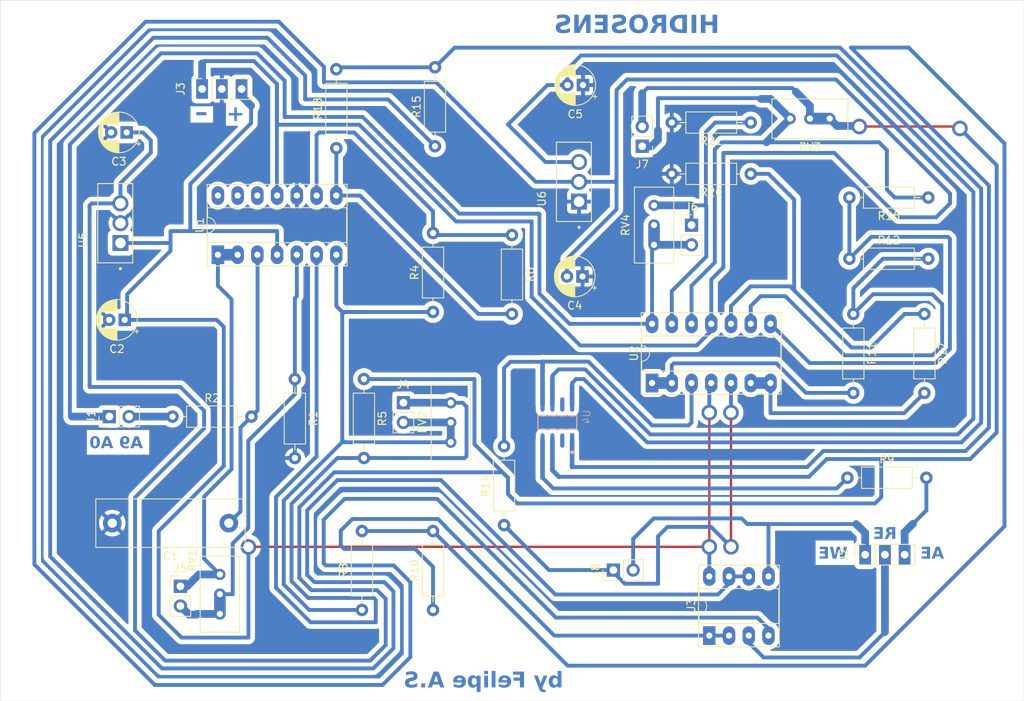
<source format=kicad_pcb>
(kicad_pcb (version 20221018) (generator pcbnew)
  (layers (0 "F.Cu" signal) (31 "B.Cu" signal) (34 "B.Paste" user) (35 "F.Paste" user) (36 "B.SilkS" user "B.Silkscreen") (37 "F.SilkS" user "F.Silkscreen") (38 "B.Mask" user) (39 "F.Mask" user) (44 "Edge.Cuts" user))
  (net 0 "")
  (net 1 "Net-(U1A-+)")
  (net 2 "GND")
  (net 3 "+9V")
  (net 4 "+5V")
  (net 5 "-9V")
  (net 6 "-5V")
  (net 7 "A0")
  (net 8 "A9")
  (net 9 "Net-(J2-Pin_1)")
  (net 10 "Net-(J2-Pin_2)")
  (net 11 "Net-(J2-Pin_3)")
  (net 12 "t+")
  (net 13 "Net-(U1C--)")
  (net 14 "t-")
  (net 15 "Net-(U4--IN)")
  (net 16 "Net-(U4-+OUT)")
  (net 17 "Net-(U3A--)")
  (net 18 "Net-(U2C--)")
  (net 19 "Net-(U2A--)")
  (net 20 "Net-(R12-Pad1)")
  (net 21 "Net-(U2A-+)")
  (net 22 "Net-(U3B--)")
  (net 23 "Net-(U4-+IN)")
  (net 24 "Net-(U2C-+)")
  (net 25 "Net-(U2B--)")
  (net 31 "Net-(J4-Pin_1)")
  (net 32 "Net-(J5-Pin_1)")
  (net 33 "Net-(J5-Pin_2)")
  (net 34 "Net-(J6-Pin_1)")
  (net 35 "Net-(J7-Pin_1)")
  (net 36 "Net-(J8-Pin_1)")
  (footprint "Potentiometer_THT:Potentiometer_Bourns_3296W_Vertical" (layer "F.Cu") (at 131.064 102.108 90)
    (fp_text reference "RV2")
    (fp_text value "R_Potentiometer_Trim")
  )
  (footprint "Resistor_THT:R_Axial_DIN0207_L6.3mm_D2.5mm_P10.16mm_Horizontal" (layer "F.Cu") (at 169.672 66.04 180)
    (fp_text reference "R21")
    (fp_text value "1K")
  )
  (footprint "Resistor_THT:R_Axial_DIN0207_L6.3mm_D2.5mm_P10.16mm_Horizontal" (layer "F.Cu") (at 119.634 128.778 90)
    (fp_text reference "R8")
    (fp_text value "10K")
  )
  (footprint "Resistor_THT:R_Axial_DIN0207_L6.3mm_D2.5mm_P10.16mm_Horizontal" (layer "F.Cu") (at 169.672 72.644 180)
    (fp_text reference "R20")
    (fp_text value "1K")
  )
  (footprint "Resistor_THT:R_Axial_DIN0207_L6.3mm_D2.5mm_P10.16mm_Horizontal" (layer "F.Cu") (at 137.922 117.856 90)
    (fp_text reference "R14")
    (fp_text value "2.2K")
  )
  (footprint "Potentiometer_THT:Potentiometer_Bourns_3296W_Vertical" (layer "F.Cu") (at 174.752 65.532 180)
    (fp_text reference "RV3")
    (fp_text value "R_Potentiometer_Trim")
  )
  (footprint "Connector_PinHeader_2.54mm:PinHeader_1x02_P2.54mm_Vertical" (layer "F.Cu") (at 87.122 103.886 90)
    (fp_text reference "J1")
    (fp_text value "Conn_01x02")
  )
  (footprint "Resistor_THT:R_Axial_DIN0207_L6.3mm_D2.5mm_P10.16mm_Horizontal" (layer "F.Cu") (at 182.88 90.678 -90)
    (fp_text reference "R11")
    (fp_text value "1K")
  )
  (footprint "Package_DIP:DIP-14_W7.62mm_Socket_LongPads" (layer "F.Cu") (at 156.972 99.568 90)
    (fp_text reference "U2")
    (fp_text value "LM324")
  )
  (footprint "Connector_PinHeader_2.54mm:PinHeader_1x02_P2.54mm_Vertical" (layer "F.Cu") (at 152 123.64 90)
    (fp_text reference "J8")
    (fp_text value "Conn_01x02")
  )
  (footprint "Connector_PinHeader_2.54mm:PinHeader_1x02_P2.54mm_Vertical" (layer "F.Cu") (at 162.052 79.243)
    (fp_text reference "J6")
    (fp_text value "Conn_01x02")
  )
  (footprint "Resistor_THT:R_Axial_DIN0207_L6.3mm_D2.5mm_P10.16mm_Horizontal" (layer "F.Cu") (at 128.778 128.778 90)
    (fp_text reference "R10")
    (fp_text value "10K")
  )
  (footprint "Resistor_THT:R_Axial_DIN0207_L6.3mm_D2.5mm_P10.16mm_Horizontal" (layer "F.Cu") (at 110.998 99.06 -90)
    (fp_text reference "R1")
    (fp_text value "1K")
  )
  (footprint "Package_DIP:DIP-14_W7.62mm_Socket_LongPads" (layer "F.Cu") (at 101.092 83.058 90)
    (fp_text reference "U1")
    (fp_text value "LM324")
  )
  (footprint "Resistor_THT:R_Axial_DIN0207_L6.3mm_D2.5mm_P10.16mm_Horizontal" (layer "F.Cu") (at 116.332 69.342 90)
    (fp_text reference "R18")
    (fp_text value "10K")
  )
  (footprint "Resistor_THT:R_Axial_DIN0207_L6.3mm_D2.5mm_P10.16mm_Horizontal" (layer "F.Cu") (at 119.888 99.06 -90)
    (fp_text reference "R5")
    (fp_text value "1K")
  )
  (footprint "Capacitor_THT:CP_Radial_D5.0mm_P2.00mm" (layer "F.Cu") (at 148.082 61.214 180)
    (fp_text reference "C5")
    (fp_text value "0.3uF")
  )
  (footprint "Resistor_THT:R_Axial_DIN0207_L6.3mm_D2.5mm_P10.16mm_Horizontal" (layer "F.Cu") (at 128.778 90.424 90)
    (fp_text reference "R4")
    (fp_text value "1K")
  )
  (footprint "Connector_PinHeader_2.54mm:PinHeader_1x02_P2.54mm_Vertical" (layer "F.Cu") (at 124.968 102.103)
    (fp_text reference "J4")
    (fp_text value "Conn_01x02")
  )
  (footprint "l7805:TO255P1020X450X2000-3" (layer "F.Cu") (at 87.884 78.994 90)
    (fp_text reference "U5")
    (fp_text value "L7805")
  )
  (footprint "Potentiometer_THT:Potentiometer_Bourns_3296W_Vertical" (layer "F.Cu") (at 101.346 124.206 90)
    (fp_text reference "RV1")
    (fp_text value "R_Potentiometer_Trim")
  )
  (footprint "Potentiometer_THT:Potentiometer_Bourns_3296W_Vertical" (layer "F.Cu") (at 157.226 76.698 90)
    (fp_text reference "RV4")
    (fp_text value "R_Potentiometer_Trim")
  )
  (footprint "Resistor_THT:R_Axial_DIN0207_L6.3mm_D2.5mm_P10.16mm_Horizontal" (layer "F.Cu") (at 182.118 111.76)
    (fp_text reference "R9")
    (fp_text value "2.2K")
  )
  (footprint "Capacitor_THT:CP_Radial_D5.0mm_P2.00mm" (layer "F.Cu") (at 148.021113 85.852 180)
    (fp_text reference "C4")
    (fp_text value "0.3uF")
  )
  (footprint "Resistor_THT:R_Axial_DIN0207_L6.3mm_D2.5mm_P10.16mm_Horizontal" (layer "F.Cu") (at 138.938 80.518 -90)
    (fp_text reference "R6")
    (fp_text value "1K")
  )
  (footprint "Resistor_THT:R_Axial_DIN0207_L6.3mm_D2.5mm_P10.16mm_Horizontal" (layer "F.Cu") (at 129.032 69.088 90)
    (fp_text reference "R15")
    (fp_text value "10K")
  )
  (footprint "Resistor_THT:R_Axial_DIN0207_L6.3mm_D2.5mm_P10.16mm_Horizontal" (layer "F.Cu") (at 192.532 75.692 180)
    (fp_text reference "R16")
    (fp_text value "1K")
  )
  (footprint "Capacitor_THT:CP_Radial_D5.0mm_P2.00mm" (layer "F.Cu") (at 89.093113 91.44 180)
    (fp_text reference "C2")
    (fp_text value "0.3uF")
  )
  (footprint "Resistor_THT:R_Axial_DIN0207_L6.3mm_D2.5mm_P10.16mm_Horizontal" (layer "F.Cu") (at 192.024 90.678 -90)
    (fp_text reference "R17")
    (fp_text value "1K")
  )
  (footprint "Resistor_THT:R_Axial_DIN0207_L6.3mm_D2.5mm_P10.16mm_Horizontal" (layer "F.Cu") (at 95.25 103.886)
    (fp_text reference "R2")
    (fp_text value "10K")
  )
  (footprint "Connector_PinSocket_2.54mm:PinSocket_1x03_P2.54mm_Vertical" (layer "F.Cu") (at 184.404 121.666 90)
    (fp_text reference "J2")
    (fp_text value "Conn_01x03")
  )
  (footprint "l7805:TO255P1020X450X2000-3" (layer "F.Cu") (at 146.9115 73.67 90)
    (fp_text reference "U6")
    (fp_text value "L7905")
  )
  (footprint "Resistor_THT:R_Axial_DIN0207_L6.3mm_D2.5mm_P10.16mm_Horizontal" (layer "F.Cu") (at 182.372 83.566)
    (fp_text reference "R12")
    (fp_text value "1K")
  )
  (footprint "Connector_PinHeader_2.54mm:PinHeader_1x02_P2.54mm_Vertical" (layer "F.Cu") (at 155.702 69.093 180)
    (fp_text reference "J7")
    (fp_text value "Conn_01x02")
  )
  (footprint "Capacitor_THT:C_Rect_L19.0mm_W6.0mm_P15.00mm_MKS4" (layer "F.Cu") (at 102.496 117.602 180)
    (fp_text reference "C1")
    (fp_text value "470nF")
  )
  (footprint "Package_DIP:DIP-8_W7.62mm_Socket_LongPads" (layer "F.Cu") (at 164.338 132.08 90)
    (fp_text reference "U3")
    (fp_text value "LM358")
  )
  (footprint "Connector_PinSocket_2.54mm:PinSocket_1x03_P2.54mm_Vertical" (layer "F.Cu") (at 99.06 61.722 90)
    (fp_text reference "J3")
    (fp_text value "Conn_01x03")
  )
  (footprint "Capacitor_THT:CP_Radial_D5.0mm_P2.00mm" (layer "F.Cu") (at 89.347113 67.31 180)
    (fp_text reference "C3")
    (fp_text value "0.3uF")
  )
  (footprint "Connector_PinHeader_2.54mm:PinHeader_1x02_P2.54mm_Vertical" (layer "F.Cu") (at 96.266 125.725)
    (fp_text reference "J5")
    (fp_text value "Conn_01x02")
  )
  (footprint "Analog Devices Inc - AD8138ARZ:ANALOG_DEVICES_INC_AD8138ARZ_0" (layer "B.Cu") (at 144.78 104.648 90)
    (fp_text reference "U4")
    (fp_text value "AD8138ARZ")
  )
  (gr_rect (start 73.07 50.292) (end 204.844 140.462) (stroke (width 0.05)) (fill none) (layer "Edge.Cuts"))
  (gr_text "RE" (at 188.468 119.888) (layer "B.Cu") (effects (font (size 1.5 1.5) (thickness 0.3) bold) (justify left bottom mirror)))
  (gr_text "A9" (at 91.44 108.204) (layer "B.Cu") (effects (font (size 1.5 1.5) (thickness 0.3) bold) (justify left bottom mirror)))
  (gr_text "AE" (at 194.564 122.428) (layer "B.Cu") (effects (font (size 1.5 1.5) (thickness 0.3) bold) (justify left bottom mirror)))
  (gr_text "by Felipe A.S" (at 145.55 139.09) (layer "B.Cu") (effects (font (size 2 2) (thickness 0.25) bold) (justify left bottom mirror)))
  (gr_text "A0" (at 87.63 108.204) (layer "B.Cu") (effects (font (size 1.5 1.5) (thickness 0.3) bold) (justify left bottom mirror)))
  (gr_text "+" (at 104.54 66.19) (layer "B.Cu") (effects (font (size 2 2) (thickness 0.3) bold) (justify left bottom mirror)))
  (gr_text "WE" (at 182.118 122.428) (layer "B.Cu") (effects (font (size 1.5 1.5) (thickness 0.3) bold) (justify left bottom mirror)))
  (gr_text "-" (at 99.822 66.04) (layer "B.Cu") (effects (font (size 2 3) (thickness 0.3) bold) (justify left bottom mirror)))
  (gr_text "HIDROSENS" (at 165.65 54.9) (layer "B.Cu") (effects (font (size 2.3 2.3) (thickness 0.3) bold) (justify left bottom mirror)))
  (segment (start 106.2 103.096) (end 106.2 83.086) (width 0.5) (layer "B.Cu") (net 1))
  (segment (start 106.2 83.086) (end 106.172 83.058) (width 0.5) (layer "B.Cu") (net 1))
  (segment (start 104 116.098) (end 104 105.296) (width 0.5) (layer "B.Cu") (net 1))
  (segment (start 105.41 103.886) (end 106.2 103.096) (width 0.5) (layer "B.Cu") (net 1))
  (segment (start 104 105.296) (end 105.41 103.886) (width 0.5) (layer "B.Cu") (net 1))
  (segment (start 102.496 117.602) (end 104 116.098) (width 0.5) (layer "B.Cu") (net 1))
  (segment (start 105.036922 120.65) (end 105.018461 120.668461) (width 0.3) (layer "F.Cu") (net 3))
  (segment (start 164.338 120.65) (end 105.036922 120.65) (width 0.3) (layer "F.Cu") (net 3))
  (segment (start 164.338 120.65) (end 164.338 103.378) (width 0.3) (layer "F.Cu") (net 3))
  (via (at 164.338 120.65) (size 2) (drill 1.3) (layers "F.Cu" "B.Cu") (net 3))
  (via (at 164.338 103.378) (size 2) (drill 1.3) (layers "F.Cu" "B.Cu") (net 3))
  (via (at 105.018461 120.668461) (size 2) (drill 1.3) (layers "F.Cu" "B.Cu") (net 3))
  (segment (start 94.996 82.55) (end 89.408 88.138) (width 0.5) (layer "B.Cu") (net 3))
  (segment (start 96.409508 132.334) (end 105 132.334) (width 0.5) (layer "B.Cu") (net 3))
  (segment (start 105.363251 66.116749) (end 105.363251 63.876749) (width 0.5) (layer "B.Cu") (net 3))
  (segment (start 100.948492 91.44) (end 101.850499 92.342007) (width 0.5) (layer "B.Cu") (net 3))
  (segment (start 93.472 118.618) (end 93.472 129.396492) (width 0.5) (layer "B.Cu") (net 3))
  (segment (start 89.408 91.44) (end 100.948492 91.44) (width 0.5) (layer "B.Cu") (net 3))
  (segment (start 164.338 124.46) (end 164.338 120.65) (width 0.5) (layer "B.Cu") (net 3))
  (segment (start 164.338 103.378) (end 164.338 99.822) (width 0.5) (layer "B.Cu") (net 3))
  (segment (start 104.14 62.653498) (end 105.363251 63.876749) (width 1) (layer "B.Cu") (net 3))
  (segment (start 101.850499 110.239501) (end 93.472 118.618) (width 0.5) (layer "B.Cu") (net 3))
  (segment (start 89.408 91.44) (end 89.093113 91.44) (width 0.5) (layer "B.Cu") (net 3))
  (segment (start 101.850499 92.342007) (end 101.850499 110.239501) (width 0.5) (layer "B.Cu") (net 3))
  (segment (start 108.712 83.058) (end 108.712 80.01) (width 0.5) (layer "B.Cu") (net 3))
  (segment (start 94.996 81.544) (end 94.996 82.55) (width 0.5) (layer "B.Cu") (net 3))
  (segment (start 105 132.334) (end 105.018461 132.315539) (width 0.5) (layer "B.Cu") (net 3))
  (segment (start 88.5465 81.544) (end 94.996 81.544) (width 0.5) (layer "B.Cu") (net 3))
  (segment (start 94.996 80.01) (end 97.536 80.01) (width 0.5) (layer "B.Cu") (net 3))
  (segment (start 89.408 88.138) (end 89.408 91.44) (width 0.5) (layer "B.Cu") (net 3))
  (segment (start 104.14 61.722) (end 104.14 62.653498) (width 1) (layer "B.Cu") (net 3))
  (segment (start 108.712 80.01) (end 97.536 80.01) (width 0.5) (layer "B.Cu") (net 3))
  (segment (start 97.536 80.01) (end 97.536 73.944) (width 0.5) (layer "B.Cu") (net 3))
  (segment (start 164.338 99.822) (end 164.592 99.568) (width 0.5) (layer "B.Cu") (net 3))
  (segment (start 93.472 129.396492) (end 96.409508 132.334) (width 0.5) (layer "B.Cu") (net 3))
  (segment (start 97.536 73.944) (end 105.363251 66.116749) (width 0.5) (layer "B.Cu") (net 3))
  (segment (start 105.018461 132.315539) (end 105.018461 120.668461) (width 0.5) (layer "B.Cu") (net 3))
  (segment (start 94.996 82.55) (end 94.996 80.01) (width 0.5) (layer "B.Cu") (net 3))
  (segment (start 183.642 66.548) (end 196.342 66.548) (width 0.3) (layer "F.Cu") (net 4))
  (segment (start 196.342 66.548) (end 196.596 66.802) (width 0.3) (layer "F.Cu") (net 4))
  (via (at 196.596 66.802) (size 2) (drill 1.3) (layers "F.Cu" "B.Cu") (net 4))
  (via (at 183.642 66.548) (size 2) (drill 1.3) (layers "F.Cu" "B.Cu") (net 4))
  (segment (start 121.573508 126.228499) (end 113.129729 126.228499) (width 0.5) (layer "B.Cu") (net 4))
  (segment (start 177.292 65.532) (end 179.832 65.532) (width 1.5) (layer "B.Cu") (net 4))
  (segment (start 186.47 114.266) (end 185.674 115.062) (width 0.5) (layer "B.Cu") (net 4))
  (segment (start 155.702 66.553) (end 155.702 62.268492) (width 1) (layer "B.Cu") (net 4))
  (segment (start 197.92 109.35) (end 186.47 109.35) (width 0.5) (layer "B.Cu") (net 4))
  (segment (start 201.33 105.94) (end 197.92 109.35) (width 0.5) (layer "B.Cu") (net 4))
  (segment (start 138.43 113.87) (end 138.43 111.76) (width 0.5) (layer "B.Cu") (net 4))
  (segment (start 144.145 106.964) (end 144.145 110.794501) (width 0.6) (layer "B.Cu") (net 4))
  (segment (start 84.582 100.076) (end 96.266 100.076) (width 0.5) (layer "B.Cu") (net 4))
  (segment (start 99.314 103.124) (end 99.314 105.41) (width 0.5) (layer "B.Cu") (net 4))
  (segment (start 156.370492 61.6) (end 155.702 62.268492) (width 0.5) (layer "B.Cu") (net 4))
  (segment (start 175.475 62.075) (end 175 61.6) (width 0.5) (layer "B.Cu") (net 4))
  (segment (start 139.622 115.062) (end 138.43 113.87) (width 0.5) (layer "B.Cu") (net 4))
  (segment (start 99.314 105.41) (end 90.424 114.3) (width 0.5) (layer "B.Cu") (net 4))
  (segment (start 186.47 109.35) (end 179.448 109.35) (width 0.5) (layer "B.Cu") (net 4))
  (segment (start 144.145 110.794501) (end 144.99 111.639501) (width 0.6) (layer "B.Cu") (net 4))
  (segment (start 179.448 109.35) (end 177.158499 111.639501) (width 0.5) (layer "B.Cu") (net 4))
  (segment (start 183.574 66.48) (end 183.642 66.548) (width 1) (layer "B.Cu") (net 4))
  (segment (start 116.055993 111.060499) (end 137.730499 111.060499) (width 0.5) (layer "B.Cu") (net 4))
  (segment (start 90.424 131.410492) (end 94.313508 135.3) (width 0.5) (layer "B.Cu") (net 4))
  (segment (start 186.47 109.35) (end 186.47 114.266) (width 0.5) (layer "B.Cu") (net 4))
  (segment (start 111.569501 124.668271) (end 111.569501 115.546991) (width 0.5) (layer "B.Cu") (net 4))
  (segment (start 201.33 71.536) (end 201.33 105.94) (width 0.5) (layer "B.Cu") (net 4))
  (segment (start 89.347113 67.31) (end 91.44 67.31) (width 0.5) (layer "B.Cu") (net 4))
  (segment (start 137.730499 111.060499) (end 138.43 111.76) (width 0.5) (layer "B.Cu") (net 4))
  (segment (start 134.112 107.442) (end 134.112 99.06) (width 0.5) (layer "B.Cu") (net 4))
  (segment (start 180.78 66.48) (end 183.574 66.48) (width 1) (layer "B.Cu") (net 4))
  (segment (start 185.674 115.062) (end 139.622 115.062) (width 0.5) (layer "B.Cu") (net 4))
  (segment (start 113.129729 126.228499) (end 111.569501 124.668271) (width 0.5) (layer "B.Cu") (net 4))
  (segment (start 84.846 76.444) (end 84.582 76.708) (width 0.5) (layer "B.Cu") (net 4))
  (segment (start 92.456 69.92225) (end 88.5465 73.83175) (width 0.5) (layer "B.Cu") (net 4))
  (segment (start 111.569501 115.546991) (end 116.055993 111.060499) (width 0.5) (layer "B.Cu") (net 4))
  (segment (start 88.5465 76.444) (end 84.846 76.444) (width 0.5) (layer "B.Cu") (net 4))
  (segment (start 122.69 127.344991) (end 121.573508 126.228499) (width 0.5) (layer "B.Cu") (net 4))
  (segment (start 120.686492 135.3) (end 122.69 133.296492) (width 0.5) (layer "B.Cu") (net 4))
  (segment (start 96.266 100.076) (end 99.314 103.124) (width 0.5) (layer "B.Cu") (net 4))
  (segment (start 138.43 111.76) (end 134.112 107.442) (width 0.5) (layer "B.Cu") (net 4))
  (segment (start 175 61.6) (end 156.370492 61.6) (width 0.5) (layer "B.Cu") (net 4))
  (segment (start 91.44 67.31) (end 92.456 68.326) (width 0.5) (layer "B.Cu") (net 4))
  (segment (start 175.475 62.075) (end 177.292 63.892) (width 1) (layer "B.Cu") (net 4))
  (segment (start 177.158499 111.639501) (end 144.99 111.639501) (width 0.5) (layer "B.Cu") (net 4))
  (segment (start 179.832 65.532) (end 180.78 66.48) (width 1) (layer "B.Cu") (net 4))
  (segment (start 92.456 68.326) (end 92.456 69.92225) (width 0.5) (layer "B.Cu") (net 4))
  (segment (start 84.582 76.708) (end 84.582 100.076) (width 0.5) (layer "B.Cu") (net 4))
  (segment (start 196.596 66.802) (end 201.33 71.536) (width 0.5) (layer "B.Cu") (net 4))
  (segment (start 90.424 114.3) (end 90.424 131.410492) (width 0.5) (layer "B.Cu") (net 4))
  (segment (start 88.5465 73.83175) (end 88.5465 76.444) (width 0.5) (layer "B.Cu") (net 4))
  (segment (start 134.112 99.06) (end 119.888 99.06) (width 0.5) (layer "B.Cu") (net 4))
  (segment (start 177.292 63.892) (end 177.292 65.532) (width 1) (layer "B.Cu") (net 4))
  (segment (start 122.69 133.296492) (end 122.69 127.344991) (width 0.5) (layer "B.Cu") (net 4))
  (segment (start 94.313508 135.3) (end 120.686492 135.3) (width 0.5) (layer "B.Cu") (net 4))
  (segment (start 108.695499 66.319501) (end 119.295009 66.319501) (width 0.5) (layer "B.Cu") (net 5))
  (segment (start 164.592 86.238) (end 166.15 84.68) (width 0.5) (layer "B.Cu") (net 5))
  (segment (start 114.74 58.87) (end 114.74 60.86) (width 0.5) (layer "B.Cu") (net 5))
  (segment (start 108.712 75.438) (end 108.685 75.411) (width 0.5) (layer "B.Cu") (net 5))
  (segment (start 105.74 58.13) (end 108.685 61.075) (width 0.5) (layer "B.Cu") (net 5))
  (segment (start 108.685 61.075) (end 108.685 66.309002) (width 0.5) (layer "B.Cu") (net 5))
  (segment (start 180.642 60.5) (end 153.75 60.5) (width 0.5) (layer "B.Cu") (net 5))
  (segment (start 141.478 88.488) (end 147.732 94.742) (width 0.5) (layer "B.Cu") (net 5))
  (segment (start 108.685 66.309002) (end 108.695499 66.319501) (width 0.5) (layer "B.Cu") (net 5))
  (segment (start 153.75 60.5) (end 152.4 61.85) (width 0.5) (layer "B.Cu") (net 5))
  (segment (start 108.93 53.06) (end 114.74 58.87) (width 0.5) (layer "B.Cu") (net 5))
  (segment (start 119.295009 66.319501) (end 131.745009 78.769501) (width 0.5) (layer "B.Cu") (net 5))
  (segment (start 144.6 129.76) (end 129.32 114.48) (width 0.5) (layer "B.Cu") (net 5))
  (segment (start 146.021113 85.852) (end 146.021113 83.594887) (width 0.5) (layer "B.Cu") (net 5))
  (segment (start 171.958 131.18) (end 170.538 129.76) (width 0.5) (layer "B.Cu") (net 5))
  (segment (start 125.86 125.19) (end 125.86 134.85) (width 0.5) (layer "B.Cu") (net 5))
  (segment (start 141.996 73.67) (end 147.574 73.67) (width 0.5) (layer "B.Cu") (net 5))
  (segment (start 152.136 73.67) (end 147.574 73.67) (width 0.5) (layer "B.Cu") (net 5))
  (segment (start 195.326 76.454) (end 195.326 75.184) (width 0.5) (layer "B.Cu") (net 5))
  (segment (start 152.4 73.406) (end 152.136 73.67) (width 0.5) (layer "B.Cu") (net 5))
  (segment (start 147.732 94.742) (end 162.698 94.742) (width 0.5) (layer "B.Cu") (net 5))
  (segment (start 193.548 78.232) (end 195.326 76.454) (width 0.5) (layer "B.Cu") (net 5))
  (segment (start 129.186 60.86) (end 141.996 73.67) (width 0.5) (layer "B.Cu") (net 5))
  (segment (start 166.15 69.95) (end 180.44 69.95) (width 0.5) (layer "B.Cu") (net 5))
  (segment (start 99.06 58.42) (end 99.35 58.13) (width 0.5) (layer "B.Cu") (net 5))
  (segment (start 152.4 77.216) (end 152.4 72.644) (width 0.5) (layer "B.Cu") (net 5))
  (segment (start 114.74 60.86) (end 129.186 60.86) (width 0.5) (layer "B.Cu") (net 5))
  (segment (start 152.4 72.644) (end 152.4 73.406) (width 0.5) (layer "B.Cu") (net 5))
  (segment (start 114.71 122.77) (end 114.98 123.04) (width 0.5) (layer "B.Cu") (net 5))
  (segment (start 77.47 67.39) (end 91.8 53.06) (width 0.5) (layer "B.Cu") (net 5))
  (segment (start 114.71 117.16) (end 114.71 122.77) (width 0.5) (layer "B.Cu") (net 5))
  (segment (start 164.592 91.948) (end 164.592 86.238) (width 0.5) (layer "B.Cu") (net 5))
  (segment (start 77.47 122.92) (end 77.47 67.39) (width 0.5) (layer "B.Cu") (net 5))
  (segment (start 117.39 114.48) (end 114.71 117.16) (width 0.5) (layer "B.Cu") (net 5))
  (segment (start 99.06 61.722) (end 99.06 58.42) (width 1) (layer "B.Cu") (net 5))
  (segment (start 131.745009 78.769501) (end 141.478 78.769501) (width 0.5) (layer "B.Cu") (net 5))
  (segment (start 114.98 123.04) (end 123.71 123.04) (width 0.5) (layer "B.Cu") (net 5))
  (segment (start 164.592 92.848) (end 164.592 91.948) (width 0.5) (layer "B.Cu") (net 5))
  (segment (start 122.28 138.43) (end 92.98 138.43) (width 0.5) (layer "B.Cu") (net 5))
  (segment (start 171.958 132.08) (end 171.958 131.18) (width 0.5) (layer "B.Cu") (net 5))
  (segment (start 141.478 78.769501) (end 141.478 88.488) (width 0.5) (layer "B.Cu") (net 5))
  (segment (start 170.538 129.76) (end 144.6 129.76) (width 0.5) (layer "B.Cu") (net 5))
  (segment (start 125.86 134.85) (end 122.28 138.43) (width 0.5) (layer "B.Cu") (net 5))
  (segment (start 162.698 94.742) (end 164.592 92.848) (width 0.5) (layer "B.Cu") (net 5))
  (segment (start 108.685 75.411) (end 108.685 61.075) (width 0.5) (layer "B.Cu") (net 5))
  (segment (start 146.021113 83.594887) (end 152.4 77.216) (width 0.5) (layer "B.Cu") (net 5))
  (segment (start 129.32 114.48) (end 117.39 114.48) (width 0.5) (layer "B.Cu") (net 5))
  (segment (start 180.44 69.95) (end 188.722 78.232) (width 0.5) (layer "B.Cu") (net 5))
  (segment (start 91.8 53.06) (end 108.93 53.06) (width 0.5) (layer "B.Cu") (net 5))
  (segment (start 92.98 138.43) (end 77.47 122.92) (width 0.5) (layer "B.Cu") (net 5))
  (segment (start 152.4 61.85) (end 152.4 72.644) (width 0.5) (layer "B.Cu") (net 5))
  (segment (start 123.71 123.04) (end 125.86 125.19) (width 0.5) (layer "B.Cu") (net 5))
  (segment (start 166.15 84.68) (end 166.15 69.95) (width 0.5) (layer "B.Cu") (net 5))
  (segment (start 99.35 58.13) (end 105.74 58.13) (width 0.5) (layer "B.Cu") (net 5))
  (segment (start 188.722 78.232) (end 193.548 78.232) (width 0.5) (layer "B.Cu") (net 5))
  (segment (start 195.326 75.184) (end 180.642 60.5) (width 0.5) (layer "B.Cu") (net 5))
  (segment (start 144.145 98.879501) (end 144.145 98.615) (width 0.5) (layer "B.Cu") (net 6))
  (segment (start 156.733508 106.18) (end 196.31 106.18) (width 0.5) (layer "B.Cu") (net 6))
  (segment (start 180.76 57.4) (end 147.832 57.4) (width 0.5) (layer "B.Cu") (net 6))
  (segment (start 144.145 98.615) (end 144.95 97.81) (width 0.5) (layer "B.Cu") (net 6))
  (segment (start 147.832 57.4) (end 146.082 59.15) (width 0.5) (layer "B.Cu") (net 6))
  (segment (start 148.363508 97.81) (end 156.733508 106.18) (width 0.5) (layer "B.Cu") (net 6))
  (segment (start 147.574 71.12) (end 143.256 71.12) (width 0.5) (layer "B.Cu") (net 6))
  (segment (start 146.082 59.15) (end 146.082 61.214) (width 0.5) (layer "B.Cu") (net 6))
  (segment (start 196.31 106.18) (end 198.330998 104.159002) (width 0.5) (layer "B.Cu") (net 6))
  (segment (start 144.95 97.81) (end 148.363508 97.81) (width 0.5) (layer "B.Cu") (net 6))
  (segment (start 138.43 66.294) (end 143.51 61.214) (width 0.5) (layer "B.Cu") (net 6))
  (segment (start 143.256 71.12) (end 138.43 66.294) (width 0.5) (layer "B.Cu") (net 6))
  (segment (start 143.51 61.214) (end 146.082 61.214) (width 0.5) (layer "B.Cu") (net 6))
  (segment (start 198.330998 74.970998) (end 180.76 57.4) (width 0.5) (layer "B.Cu") (net 6))
  (segment (start 144.145 102.332) (end 144.145 98.879501) (width 0.6) (layer "B.Cu") (net 6))
  (segment (start 198.330998 104.159002) (end 198.330998 74.970998) (width 0.5) (layer "B.Cu") (net 6))
  (segment (start 82.042 103.632) (end 82.296 103.886) (width 0.5) (layer "B.Cu") (net 7))
  (segment (start 162.047 81.778) (end 162.052 81.783) (width 1) (layer "B.Cu") (net 7))
  (segment (start 142.477501 88.073993) (end 142.477501 77.845993) (width 0.5) (layer "B.Cu") (net 7))
  (segment (start 156.972 91.948) (end 146.351508 91.948) (width 0.5) (layer "B.Cu") (net 7))
  (segment (start 132.159016 77.77) (end 119.709016 65.32) (width 0.5) (layer "B.Cu") (net 7))
  (segment (start 146.351508 91.948) (end 142.477501 88.073993) (width 0.5) (layer "B.Cu") (net 7))
  (segment (start 109.685 65.32) (end 109.685 60.661492) (width 0.5) (layer "B.Cu") (net 7))
  (segment (start 142.401508 77.77) (end 132.159016 77.77) (width 0.5) (layer "B.Cu") (net 7))
  (segment (start 93.769501 57.130499) (end 82.042 68.858) (width 0.5) (layer "B.Cu") (net 7))
  (segment (start 106.154007 57.130499) (end 93.769501 57.130499) (width 0.5) (layer "B.Cu") (net 7))
  (segment (start 142.477501 77.845993) (end 142.401508 77.77) (width 0.5) (layer "B.Cu") (net 7))
  (segment (start 157.226 81.778) (end 162.047 81.778) (width 1) (layer "B.Cu") (net 7))
  (segment (start 119.709016 65.32) (end 109.685 65.32) (width 0.5) (layer "B.Cu") (net 7))
  (segment (start 157.226 79.238) (end 157.226 81.778) (width 1.5) (layer "B.Cu") (net 7))
  (segment (start 109.685 60.661492) (end 106.154007 57.130499) (width 0.5) (layer "B.Cu") (net 7))
  (segment (start 156.972 91.948) (end 156.972 82.032) (width 0.5) (layer "B.Cu") (net 7))
  (segment (start 82.042 68.858) (end 82.042 103.632) (width 0.5) (layer "B.Cu") (net 7))
  (segment (start 156.972 82.032) (end 157.226 81.778) (width 0.5) (layer "B.Cu") (net 7))
  (segment (start 82.296 103.886) (end 87.122 103.886) (width 1) (layer "B.Cu") (net 7))
  (segment (start 89.662 103.886) (end 95.25 103.886) (width 1) (layer "B.Cu") (net 8))
  (segment (start 168.500499 116.990499) (end 169.23 117.72) (width 0.5) (layer "B.Cu") (net 9))
  (segment (start 171.949 117.72) (end 171.958 117.729) (width 0.5) (layer "B.Cu") (net 9))
  (segment (start 169.23 117.72) (end 171.949 117.72) (width 0.5) (layer "B.Cu") (net 9))
  (segment (start 154.54 119.63) (end 157.179501 116.990499) (width 0.5) (layer "B.Cu") (net 9))
  (segment (start 154.54 123.64) (end 154.54 119.63) (width 0.5) (layer "B.Cu") (net 9))
  (segment (start 171.958 117.729) (end 171.958 124.46) (width 0.5) (layer "B.Cu") (net 9))
  (segment (start 157.179501 116.990499) (end 168.500499 116.990499) (width 0.5) (layer "B.Cu") (net 9))
  (segment (start 183.252 117.72) (end 169.23 117.72) (width 0.5) (layer "B.Cu") (net 9))
  (segment (start 184.404 121.666) (end 184.404 118.872) (width 1) (layer "B.Cu") (net 9))
  (segment (start 184.404 118.872) (end 183.252 117.72) (width 1) (layer "B.Cu") (net 9))
  (segment (start 186.944 121.666) (end 186.944 131.632492) (width 1) (layer "B.Cu") (net 10))
  (segment (start 169.418 132.08) (end 169.418 132.98) (width 0.5) (layer "B.Cu") (net 10))
  (segment (start 183.685993 134.890499) (end 186.944 131.632492) (width 0.5) (layer "B.Cu") (net 10))
  (segment (start 169.418 132.98) (end 171.328499 134.890499) (width 0.5) (layer "B.Cu") (net 10))
  (segment (start 171.328499 134.890499) (end 183.685993 134.890499) (width 0.5) (layer "B.Cu") (net 10))
  (segment (start 189.484 121.666) (end 189.484 118.756) (width 1) (layer "B.Cu") (net 11))
  (segment (start 192.278 115.962) (end 190.56 117.68) (width 0.5) (layer "B.Cu") (net 11))
  (segment (start 189.484 118.756) (end 190.56 117.68) (width 1) (layer "B.Cu") (net 11))
  (segment (start 192.278 111.76) (end 192.278 115.962) (width 0.5) (layer "B.Cu") (net 11))
  (segment (start 117.094 106.934) (end 117.094 90.696) (width 0.5) (layer "B.Cu") (net 12))
  (segment (start 131.064 104.648) (end 131.064 107.188) (width 1) (layer "B.Cu") (net 12))
  (segment (start 117.094 107.166) (end 117.094 106.934) (width 0.5) (layer "B.Cu") (net 12))
  (segment (start 109.57 125.496492) (end 109.57 114.69) (width 0.5) (layer "B.Cu") (net 12))
  (segment (start 117.094 90.424) (end 116.332 89.662) (width 0.5) (layer "B.Cu") (net 12))
  (segment (start 128.778 90.424) (end 119.888 90.424) (width 0.5) (layer "B.Cu") (net 12))
  (segment (start 131.059 104.643) (end 131.064 104.648) (width 1) (layer "B.Cu") (net 12))
  (segment (start 131.064 107.188) (end 117.348 107.188) (width 0.5) (layer "B.Cu") (net 12))
  (segment (start 112.851508 128.778) (end 109.57 125.496492) (width 0.5) (layer "B.Cu") (net 12))
  (segment (start 119.888 90.424) (end 117.094 90.424) (width 0.5) (layer "B.Cu") (net 12))
  (segment (start 119.634 128.778) (end 112.851508 128.778) (width 0.5) (layer "B.Cu") (net 12))
  (segment (start 109.57 114.69) (end 117.094 107.166) (width 0.5) (layer "B.Cu") (net 12))
  (segment (start 117.366 90.424) (end 119.888 90.424) (width 0.5) (layer "B.Cu") (net 12))
  (segment (start 124.968 104.643) (end 131.059 104.643) (width 1) (layer "B.Cu") (net 12))
  (segment (start 117.348 107.188) (end 117.094 106.934) (width 0.5) (layer "B.Cu") (net 12))
  (segment (start 116.332 89.662) (end 116.332 83.058) (width 0.5) (layer "B.Cu") (net 12))
  (segment (start 117.094 90.696) (end 117.366 90.424) (width 0.5) (layer "B.Cu") (net 12))
  (segment (start 114.120998 67.319002) (end 118.627002 67.319002) (width 0.5) (layer "B.Cu") (net 13))
  (segment (start 113.792 67.648) (end 114.120998 67.319002) (width 0.5) (layer "B.Cu") (net 13))
  (segment (start 113.792 75.438) (end 113.792 67.648) (width 0.5) (layer "B.Cu") (net 13))
  (segment (start 118.627002 67.319002) (end 128.778 77.47) (width 0.5) (layer "B.Cu") (net 13))
  (segment (start 138.938 80.518) (end 129.032 80.518) (width 0.5) (layer "B.Cu") (net 13))
  (segment (start 128.778 77.47) (end 128.778 80.264) (width 0.5) (layer "B.Cu") (net 13))
  (segment (start 129.032 80.518) (end 128.778 80.264) (width 0.5) (layer "B.Cu") (net 13))
  (segment (start 116.332 69.342) (end 116.332 75.438) (width 0.5) (layer "B.Cu") (net 14))
  (segment (start 138.938 90.678) (end 134.62 90.678) (width 0.5) (layer "B.Cu") (net 14))
  (segment (start 119.38 75.438) (end 116.332 75.438) (width 0.5) (layer "B.Cu") (net 14))
  (segment (start 134.62 90.678) (end 119.38 75.438) (width 0.5) (layer "B.Cu") (net 14))
  (segment (start 200.33 74.142984) (end 200.33 105.31) (width 0.5) (layer "B.Cu") (net 15))
  (segment (start 184.393553 135.95) (end 202.33 118.013553) (width 0.5) (layer "B.Cu") (net 15))
  (segment (start 176.95 110.38) (end 146.71 110.38) (width 0.5) (layer "B.Cu") (net 15))
  (segment (start 146.685 110.355) (end 146.71 110.38) (width 0.6) (layer "B.Cu") (net 15))
  (segment (start 197.32 108.32) (end 179.01 108.32) (width 0.5) (layer "B.Cu") (net 15))
  (segment (start 146.11 135.95) (end 184.393553 135.95) (width 0.5) (layer "B.Cu") (net 15))
  (segment (start 128.778 118.618) (end 146.11 135.95) (width 0.5) (layer "B.Cu") (net 15))
  (segment (start 146.685 106.964) (end 146.685 110.355) (width 0.6) (layer "B.Cu") (net 15))
  (segment (start 202.33 68.726) (end 189.994 56.39) (width 0.5) (layer "B.Cu") (net 15))
  (segment (start 200.33 105.31) (end 197.32 108.32) (width 0.5) (layer "B.Cu") (net 15))
  (segment (start 189.994 56.39) (end 182.577016 56.39) (width 0.5) (layer "B.Cu") (net 15))
  (segment (start 202.33 118.013553) (end 202.33 68.726) (width 0.5) (layer "B.Cu") (net 15))
  (segment (start 182.577016 56.39) (end 200.33 74.142984) (width 0.5) (layer "B.Cu") (net 15))
  (segment (start 119.634 118.618) (end 128.778 118.618) (width 0.5) (layer "B.Cu") (net 15))
  (segment (start 179.01 108.32) (end 176.95 110.38) (width 0.5) (layer "B.Cu") (net 15))
  (segment (start 142.875 106.964) (end 142.875 111.76) (width 0.6) (layer "B.Cu") (net 16))
  (segment (start 142.875 111.76) (end 144.245 113.13) (width 0.5) (layer "B.Cu") (net 16))
  (segment (start 144.245 113.13) (end 180.748 113.13) (width 0.5) (layer "B.Cu") (net 16))
  (segment (start 180.748 113.13) (end 182.118 111.76) (width 0.5) (layer "B.Cu") (net 16))
  (segment (start 166.878 132.08) (end 164.338 132.08) (width 0.5) (layer "B.Cu") (net 17))
  (segment (start 118.402 117.068) (end 129.420032 117.068) (width 0.5) (layer "B.Cu") (net 17))
  (segment (start 128.778 123.227999) (end 126.480001 120.93) (width 0.5) (layer "B.Cu") (net 17))
  (segment (start 117.36 120.93) (end 116.91 120.48) (width 0.5) (layer "B.Cu") (net 17))
  (segment (start 126.480001 120.93) (end 117.36 120.93) (width 0.5) (layer "B.Cu") (net 17))
  (segment (start 128.778 128.778) (end 128.778 123.227999) (width 0.5) (layer "B.Cu") (net 17))
  (segment (start 144.39 132.08) (end 164.338 132.08) (width 0.5) (layer "B.Cu") (net 17))
  (segment (start 130.328 118.018) (end 144.39 132.08) (width 0.5) (layer "B.Cu") (net 17))
  (segment (start 129.420032 117.068) (end 130.328 117.975968) (width 0.5) (layer "B.Cu") (net 17))
  (segment (start 130.328 117.975968) (end 130.328 118.018) (width 0.5) (layer "B.Cu") (net 17))
  (segment (start 116.91 120.48) (end 116.91 118.56) (width 0.5) (layer "B.Cu") (net 17))
  (segment (start 116.91 118.56) (end 118.402 117.068) (width 0.5) (layer "B.Cu") (net 17))
  (segment (start 170.942 88.392) (end 169.672 89.662) (width 0.5) (layer "B.Cu") (net 18))
  (segment (start 186.69 83.566) (end 182.88 87.376) (width 0.5) (layer "B.Cu") (net 18))
  (segment (start 182.88 87.376) (end 182.88 90.678) (width 0.5) (layer "B.Cu") (net 18))
  (segment (start 182.88 90.678) (end 185.42 88.138) (width 0.5) (layer "B.Cu") (net 18))
  (segment (start 169.672 89.662) (end 169.672 91.948) (width 0.5) (layer "B.Cu") (net 18))
  (segment (start 194.31 94.742) (end 193.056499 95.995501) (width 0.5) (layer "B.Cu") (net 18))
  (segment (start 193.056499 95.995501) (end 181.737009 95.995501) (width 0.5) (layer "B.Cu") (net 18))
  (segment (start 185.42 88.138) (end 193.04 88.138) (width 0.5) (layer "B.Cu") (net 18))
  (segment (start 194.31 89.408) (end 194.31 94.742) (width 0.5) (layer "B.Cu") (net 18))
  (segment (start 193.04 88.138) (end 194.31 89.408) (width 0.5) (layer "B.Cu") (net 18))
  (segment (start 174.133508 88.392) (end 170.942 88.392) (width 0.5) (layer "B.Cu") (net 18))
  (segment (start 181.737009 95.995501) (end 174.133508 88.392) (width 0.5) (layer "B.Cu") (net 18))
  (segment (start 192.532 83.566) (end 186.69 83.566) (width 0.5) (layer "B.Cu") (net 18))
  (segment (start 159.766 97.028) (end 159.512 97.282) (width 0.5) (layer "B.Cu") (net 19))
  (segment (start 176.784 100.838) (end 172.974 97.028) (width 0.5) (layer "B.Cu") (net 19))
  (segment (start 156.972 99.568) (end 159.512 99.568) (width 1.5) (layer "B.Cu") (net 19))
  (segment (start 182.88 100.838) (end 176.784 100.838) (width 0.5) (layer "B.Cu") (net 19))
  (segment (start 172.974 97.028) (end 159.766 97.028) (width 0.5) (layer "B.Cu") (net 19))
  (segment (start 159.512 97.282) (end 159.512 99.568) (width 0.5) (layer "B.Cu") (net 19))
  (segment (start 193.470506 96.995002) (end 177.259002 96.995002) (width 0.5) (layer "B.Cu") (net 20))
  (segment (start 182.372 83.566) (end 185.182499 80.755501) (width 0.5) (layer "B.Cu") (net 20))
  (segment (start 195.309501 81.009501) (end 195.309501 95.156007) (width 0.5) (layer "B.Cu") (net 20))
  (segment (start 195.309501 95.156007) (end 193.470506 96.995002) (width 0.5) (layer "B.Cu") (net 20))
  (segment (start 195.055501 80.755501) (end 195.309501 81.009501) (width 0.5) (layer "B.Cu") (net 20))
  (segment (start 182.372 75.692) (end 182.372 83.566) (width 0.5) (layer "B.Cu") (net 20))
  (segment (start 185.182499 80.755501) (end 195.055501 80.755501) (width 0.5) (layer "B.Cu") (net 20))
  (segment (start 177.259002 96.995002) (end 172.212 91.948) (width 0.5) (layer "B.Cu") (net 20))
  (segment (start 142.875 96.84) (end 142.904501 96.810499) (width 0.5) (layer "B.Cu") (net 21))
  (segment (start 162.052 104.648) (end 162.052 99.568) (width 0.5) (layer "B.Cu") (net 21))
  (segment (start 161.68 105.02) (end 162.052 104.648) (width 0.5) (layer "B.Cu") (net 21))
  (segment (start 142.875 102.332) (end 142.875 96.84) (width 0.6) (layer "B.Cu") (net 21))
  (segment (start 137.922 107.696) (end 137.922 97.658) (width 0.5) (layer "B.Cu") (net 21))
  (segment (start 156.987016 105.02) (end 161.68 105.02) (width 0.5) (layer "B.Cu") (net 21))
  (segment (start 137.922 97.658) (end 138.74 96.84) (width 0.5) (layer "B.Cu") (net 21))
  (segment (start 148.777515 96.810499) (end 156.987016 105.02) (width 0.5) (layer "B.Cu") (net 21))
  (segment (start 142.904501 96.810499) (end 148.777515 96.810499) (width 0.5) (layer "B.Cu") (net 21))
  (segment (start 138.74 96.84) (end 142.875 96.84) (width 0.5) (layer "B.Cu") (net 21))
  (segment (start 116.47 112.06) (end 129.8 112.06) (width 0.5) (layer "B.Cu") (net 22))
  (segment (start 122.507273 125.195262) (end 113.51 125.195262) (width 0.5) (layer "B.Cu") (net 22))
  (segment (start 93.899501 136.299501) (end 121.100499 136.299501) (width 0.5) (layer "B.Cu") (net 22))
  (segment (start 165.448 126.79) (end 166.878 125.36) (width 0.5) (layer "B.Cu") (net 22))
  (segment (start 112.32 63.06) (end 112.32 59.99) (width 0.5) (layer "B.Cu") (net 22))
  (segment (start 79.502 121.902) (end 93.899501 136.299501) (width 0.5) (layer "B.Cu") (net 22))
  (segment (start 92.78 55.13) (end 79.502 68.408) (width 0.5) (layer "B.Cu") (net 22))
  (segment (start 123.689501 133.710499) (end 123.689501 126.37749) (width 0.5) (layer "B.Cu") (net 22))
  (segment (start 79.502 68.408) (end 79.502 121.902) (width 0.5) (layer "B.Cu") (net 22))
  (segment (start 123.004 63.06) (end 112.32 63.06) (width 0.5) (layer "B.Cu") (net 22))
  (segment (start 112.58 124.265262) (end 112.58 115.95) (width 0.5) (layer "B.Cu") (net 22))
  (segment (start 107.46 55.13) (end 92.78 55.13) (width 0.5) (layer "B.Cu") (net 22))
  (segment (start 112.58 115.95) (end 116.47 112.06) (width 0.5) (layer "B.Cu") (net 22))
  (segment (start 166.878 125.36) (end 166.878 124.46) (width 0.5) (layer "B.Cu") (net 22))
  (segment (start 112.32 59.99) (end 107.46 55.13) (width 0.5) (layer "B.Cu") (net 22))
  (segment (start 144.53 126.79) (end 165.448 126.79) (width 0.5) (layer "B.Cu") (net 22))
  (segment (start 129.032 69.088) (end 123.004 63.06) (width 0.5) (layer "B.Cu") (net 22))
  (segment (start 169.418 124.46) (end 166.878 124.46) (width 0.5) (layer "B.Cu") (net 22))
  (segment (start 121.100499 136.299501) (end 123.689501 133.710499) (width 0.5) (layer "B.Cu") (net 22))
  (segment (start 123.689501 126.37749) (end 122.507273 125.195262) (width 0.5) (layer "B.Cu") (net 22))
  (segment (start 129.8 112.06) (end 144.53 126.79) (width 0.5) (layer "B.Cu") (net 22))
  (segment (start 113.51 125.195262) (end 112.58 124.265262) (width 0.5) (layer "B.Cu") (net 22))
  (segment (start 148.2 99.06) (end 156.34 107.2) (width 0.5) (layer "B.Cu") (net 23))
  (segment (start 146.685 102.332) (end 146.685 99.879002) (width 0.6) (layer "B.Cu") (net 23))
  (segment (start 156.34 107.2) (end 196.8 107.2) (width 0.5) (layer "B.Cu") (net 23))
  (segment (start 147.19 99.06) (end 148.2 99.06) (width 0.5) (layer "B.Cu") (net 23))
  (segment (start 199.330499 104.669501) (end 199.330499 74.556991) (width 0.5) (layer "B.Cu") (net 23))
  (segment (start 196.8 107.2) (end 199.330499 104.669501) (width 0.5) (layer "B.Cu") (net 23))
  (segment (start 129.032 58.928) (end 116.586 58.928) (width 0.5) (layer "B.Cu") (net 23))
  (segment (start 116.586 58.928) (end 116.332 59.182) (width 0.5) (layer "B.Cu") (net 23))
  (segment (start 131.559501 56.400499) (end 129.032 58.928) (width 0.5) (layer "B.Cu") (net 23))
  (segment (start 146.685 99.879002) (end 146.685 99.565) (width 0.5) (layer "B.Cu") (net 23))
  (segment (start 181.174007 56.400499) (end 131.559501 56.400499) (width 0.5) (layer "B.Cu") (net 23))
  (segment (start 146.685 99.565) (end 147.19 99.06) (width 0.5) (layer "B.Cu") (net 23))
  (segment (start 199.330499 74.556991) (end 181.174007 56.400499) (width 0.5) (layer "B.Cu") (net 23))
  (segment (start 175.26 75.946) (end 175.26 87.63) (width 0.5) (layer "B.Cu") (net 24))
  (segment (start 189.484 90.678) (end 185.166 94.996) (width 0.5) (layer "B.Cu") (net 24))
  (segment (start 185.166 94.996) (end 182.626 94.996) (width 0.5) (layer "B.Cu") (net 24))
  (segment (start 182.626 94.996) (end 175.26 87.63) (width 0.5) (layer "B.Cu") (net 24))
  (segment (start 192.024 90.678) (end 189.484 90.678) (width 0.5) (layer "B.Cu") (net 24))
  (segment (start 171.958 72.644) (end 175.26 75.946) (width 0.5) (layer "B.Cu") (net 24))
  (segment (start 167.132 89.662) (end 167.132 91.948) (width 0.5) (layer "B.Cu") (net 24))
  (segment (start 169.672 87.122) (end 167.132 89.662) (width 0.5) (layer "B.Cu") (net 24))
  (segment (start 174.752 87.122) (end 169.672 87.122) (width 0.5) (layer "B.Cu") (net 24))
  (segment (start 169.672 72.644) (end 171.958 72.644) (width 0.5) (layer "B.Cu") (net 24))
  (segment (start 175.26 87.63) (end 174.752 87.122) (width 0.5) (layer "B.Cu") (net 24))
  (segment (start 172.212 103.44) (end 172.212 99.568) (width 0.5) (layer "B.Cu") (net 25))
  (segment (start 169.672 99.568) (end 172.212 99.568) (width 1.5) (layer "B.Cu") (net 25))
  (segment (start 189.422 103.44) (end 172.212 103.44) (width 0.5) (layer "B.Cu") (net 25))
  (segment (start 192.024 100.838) (end 189.422 103.44) (width 0.5) (layer "B.Cu") (net 25))
  (segment (start 113.019294 130.36) (end 108.570499 125.911205) (width 0.5) (layer "B.Cu") (net 31))
  (segment (start 119.888 109.22) (end 132.842 109.22) (width 0.5) (layer "B.Cu") (net 31))
  (segment (start 131.059 102.103) (end 131.064 102.108) (width 1) (layer "B.Cu") (net 31))
  (segment (start 110.57 125.082278) (end 112.715722 127.228) (width 0.5) (layer "B.Cu") (net 31))
  (segment (start 110.57 115.11) (end 110.57 125.082278) (width 0.5) (layer "B.Cu") (net 31))
  (segment (start 121.410998 130.36) (end 113.019294 130.36) (width 0.5) (layer "B.Cu") (net 31))
  (segment (start 108.570499 114.229501) (end 113.792 109.008) (width 0.5) (layer "B.Cu") (net 31))
  (segment (start 121.410998 127.479497) (end 121.410998 130.36) (width 0.5) (layer "B.Cu") (net 31))
  (segment (start 116.46 109.22) (end 110.57 115.11) (width 0.5) (layer "B.Cu") (net 31))
  (segment (start 133.096 102.616) (end 132.588 102.108) (width 0.5) (layer "B.Cu") (net 31))
  (segment (start 108.570499 125.911205) (end 108.570499 114.229501) (width 0.5) (layer "B.Cu") (net 31))
  (segment (start 124.968 102.103) (end 131.059 102.103) (width 1) (layer "B.Cu") (net 31))
  (segment (start 119.888 109.22) (end 116.46 109.22) (width 0.5) (layer "B.Cu") (net 31))
  (segment (start 133.096 108.966) (end 133.096 102.616) (width 0.5) (layer "B.Cu") (net 31))
  (segment (start 132.842 109.22) (end 133.096 108.966) (width 0.5) (layer "B.Cu") (net 31))
  (segment (start 113.792 109.008) (end 113.792 83.058) (width 0.5) (layer "B.Cu") (net 31))
  (segment (start 112.715722 127.228) (end 121.159501 127.228) (width 0.5) (layer "B.Cu") (net 31))
  (segment (start 132.588 102.108) (end 131.064 102.108) (width 0.5) (layer "B.Cu") (net 31))
  (segment (start 121.159501 127.228) (end 121.410998 127.479497) (width 0.5) (layer "B.Cu") (net 31))
  (segment (start 98.644 124.206) (end 101.346 124.206) (width 1) (layer "B.Cu") (net 32))
  (segment (start 97.125 125.725) (end 98.644 124.206) (width 1) (layer "B.Cu") (net 32))
  (segment (start 101.092 83.058) (end 101.092 87.042) (width 0.5) (layer "B.Cu") (net 32))
  (segment (start 99.314 114.189508) (end 99.314 122.174) (width 0.5) (layer "B.Cu") (net 32))
  (segment (start 96.266 125.725) (end 97.125 125.725) (width 1) (layer "B.Cu") (net 32))
  (segment (start 99.314 122.174) (end 101.346 124.206) (width 0.5) (layer "B.Cu") (net 32))
  (segment (start 101.092 83.058) (end 103.632 83.058) (width 1.5) (layer "B.Cu") (net 32))
  (segment (start 102.85 88.8) (end 102.85 110.653508) (width 0.5) (layer "B.Cu") (net 32))
  (segment (start 102.85 110.653508) (end 99.314 114.189508) (width 0.5) (layer "B.Cu") (net 32))
  (segment (start 101.092 87.042) (end 102.85 88.8) (width 0.5) (layer "B.Cu") (net 32))
  (segment (start 110.998 101.002) (end 110.998 99.06) (width 0.5) (layer "B.Cu") (net 33))
  (segment (start 101.346 129.286) (end 101.346 126.746) (width 1.5) (layer "B.Cu") (net 33))
  (segment (start 98.404 129.286) (end 101.346 129.286) (width 1) (layer "B.Cu") (net 33))
  (segment (start 103 120.212754) (end 105 118.212754) (width 0.5) (layer "B.Cu") (net 33))
  (segment (start 96.266 128.265) (end 97.371 129.37) (width 1) (layer "B.Cu") (net 33))
  (segment (start 111.252 88.392) (end 111.252 83.058) (width 0.5) (layer "B.Cu") (net 33))
  (segment (start 103 126.746) (end 103 120.212754) (width 0.5) (layer "B.Cu") (net 33))
  (segment (start 110.998 88.646) (end 111.252 88.392) (width 0.5) (layer "B.Cu") (net 33))
  (segment (start 110.998 99.06) (end 110.998 88.646) (width 0.5) (layer "B.Cu") (net 33))
  (segment (start 97.371 129.37) (end 98.32 129.37) (width 1) (layer "B.Cu") (net 33))
  (segment (start 98.32 129.37) (end 98.404 129.286) (width 1) (layer "B.Cu") (net 33))
  (segment (start 105 118.212754) (end 105 107) (width 0.5) (layer "B.Cu") (net 33))
  (segment (start 105 107) (end 110.998 101.002) (width 0.5) (layer "B.Cu") (net 33))
  (segment (start 101.346 126.746) (end 103 126.746) (width 0.5) (layer "B.Cu") (net 33))
  (segment (start 165.11 66.04) (end 163.9 67.25) (width 0.5) (layer "B.Cu") (net 34))
  (segment (start 162.052 79.243) (end 162.052 76.698) (width 0.5) (layer "B.Cu") (net 34))
  (segment (start 163.9 67.25) (end 163.9 76.670998) (width 0.5) (layer "B.Cu") (net 34))
  (segment (start 159.512 91.948) (end 159.512 87.738) (width 0.5) (layer "B.Cu") (net 34))
  (segment (start 163.950998 83.299002) (end 163.950998 76.796) (width 0.5) (layer "B.Cu") (net 34))
  (segment (start 163.9 76.670998) (end 163.862998 76.708) (width 0.5) (layer "B.Cu") (net 34))
  (segment (start 169.672 66.04) (end 165.11 66.04) (width 0.5) (layer "B.Cu") (net 34))
  (segment (start 157.226 76.698) (end 162.052 76.698) (width 1) (layer "B.Cu") (net 34))
  (segment (start 159.512 87.738) (end 163.950998 83.299002) (width 0.5) (layer "B.Cu") (net 34))
  (segment (start 163.852998 76.698) (end 163.862998 76.708) (width 0.5) (layer "B.Cu") (net 34))
  (segment (start 163.950998 76.796) (end 163.862998 76.708) (width 0.5) (layer "B.Cu") (net 34))
  (segment (start 162.052 76.698) (end 163.852998 76.698) (width 0.5) (layer "B.Cu") (net 34))
  (segment (start 155.702 69.093) (end 156.907 69.093) (width 1) (layer "B.Cu") (net 35))
  (segment (start 188.214 75.692) (end 192.532 75.692) (width 0.5) (layer "B.Cu") (net 35))
  (segment (start 165.050499 84.049501) (end 162.052 87.048) (width 0.5) (layer "B.Cu") (net 35))
  (segment (start 187.198 69.596) (end 186.182 68.58) (width 0.5) (layer "B.Cu") (net 35))
  (segment (start 156.907 69.093) (end 157.734 68.266) (width 1) (layer "B.Cu") (net 35))
  (segment (start 172.22 63) (end 171 63) (width 1) (layer "B.Cu") (net 35))
  (segment (start 171 63) (end 170.9 62.9) (width 0.5) (layer "B.Cu") (net 35))
  (segment (start 174.752 65.532) (end 171.704 68.58) (width 1) (layer "B.Cu") (net 35))
  (segment (start 157.734 62.9) (end 157.734 67.061) (width 0.5) (layer "B.Cu") (net 35))
  (segment (start 174.752 65.532) (end 172.22 63) (width 1) (layer "B.Cu") (net 35))
  (segment (start 187.198 69.596) (end 187.198 74.676) (width 0.5) (layer "B.Cu") (net 35))
  (segment (start 186.182 68.58) (end 171.704 68.58) (width 0.5) (layer "B.Cu") (net 35))
  (segment (start 162.052 87.048) (end 162.052 91.948) (width 0.5) (layer "B.Cu") (net 35))
  (segment (start 171.704 68.58) (end 165.965071 68.58) (width 0.5) (layer "B.Cu") (net 35))
  (segment (start 165.965071 68.58) (end 165.050499 69.494572) (width 0.5) (layer "B.Cu") (net 35))
  (segment (start 170.9 62.9) (end 157.734 62.9) (width 0.5) (layer "B.Cu") (net 35))
  (segment (start 187.198 74.676) (end 188.214 75.692) (width 0.5) (layer "B.Cu") (net 35))
  (segment (start 165.050499 69.494572) (end 165.050499 84.049501) (width 0.5) (layer "B.Cu") (net 35))
  (segment (start 157.734 68.266) (end 157.734 67.061) (width 1) (layer "B.Cu") (net 35))
  (segment (start 167.132 103.378) (end 167.132 120.65) (width 0.3) (layer "F.Cu") (net 36))
  (via (at 167.132 103.378) (size 2) (drill 1.3) (layers "F.Cu" "B.Cu") (net 36))
  (via (at 167.132 120.65) (size 2) (drill 1.3) (layers "F.Cu" "B.Cu") (net 36))
  (segment (start 143.706 123.64) (end 137.922 117.856) (width 0.5) (layer "B.Cu") (net 36))
  (segment (start 158.95 118.09) (end 164.572 118.09) (width 0.5) (layer "B.Cu") (net 36))
  (segment (start 157.74 125.4) (end 157.74 119.3) (width 0.5) (layer "B.Cu") (net 36))
  (segment (start 153.47 125.4) (end 157.74 125.4) (width 0.5) (layer "B.Cu") (net 36))
  (segment (start 152 123.64) (end 143.706 123.64) (width 0.5) (layer "B.Cu") (net 36))
  (segment (start 152 123.93) (end 153.47 125.4) (width 0.5) (layer "B.Cu") (net 36))
  (segment (start 152 123.64) (end 152 123.93) (width 0.5) (layer "B.Cu") (net 36))
  (segment (start 157.74 119.3) (end 158.95 118.09) (width 0.5) (layer "B.Cu") (net 36))
  (segment (start 164.572 118.09) (end 167.132 120.65) (width 0.5) (layer "B.Cu") (net 36))
  (segment (start 167.132 103.378) (end 167.132 99.568) (width 0.5) (layer "B.Cu") (net 36))
  (zone (net 2) (net_name "GND") (layer "B.Cu") (connect_pads (clearance 0.3)) (min_thickness 0.2) (fill yes (thermal_gap 0.5) (thermal_bridge_width 0.5))
    (polygon (pts (xy 73.07 50.3) (xy 204.85 50.3) (xy 204.84 140.46) (xy 73.07 140.46)))
  )
)
</source>
